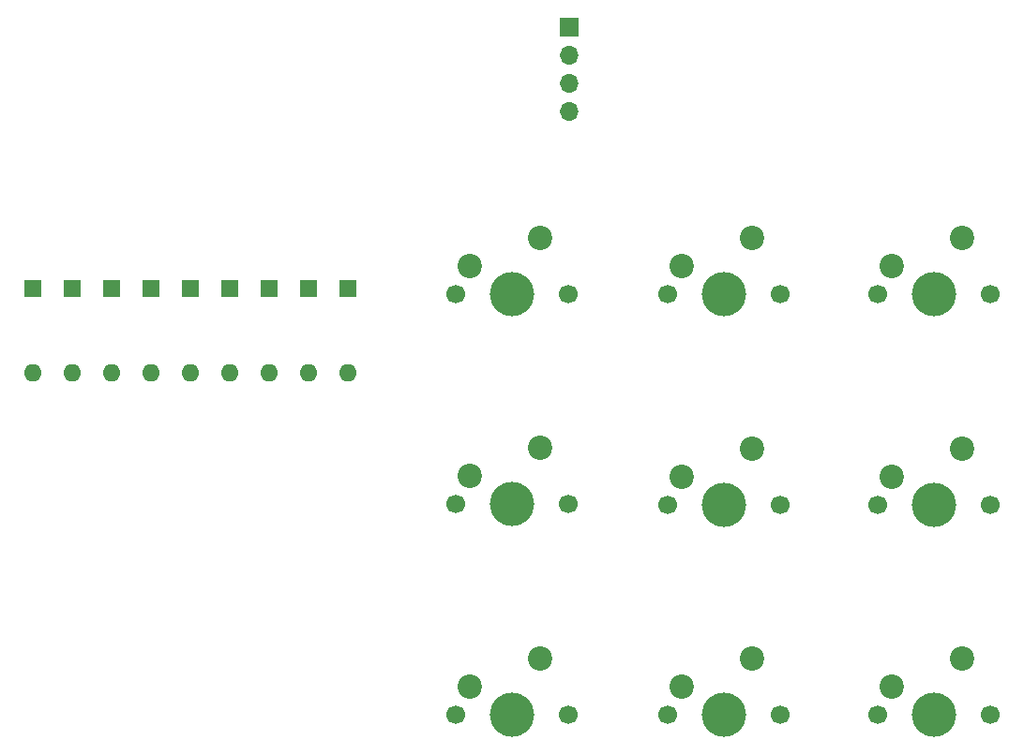
<source format=gbr>
%TF.GenerationSoftware,KiCad,Pcbnew,8.0.5*%
%TF.CreationDate,2024-10-19T20:06:23+03:00*%
%TF.ProjectId,hackpad,6861636b-7061-4642-9e6b-696361645f70,rev?*%
%TF.SameCoordinates,Original*%
%TF.FileFunction,Soldermask,Bot*%
%TF.FilePolarity,Negative*%
%FSLAX46Y46*%
G04 Gerber Fmt 4.6, Leading zero omitted, Abs format (unit mm)*
G04 Created by KiCad (PCBNEW 8.0.5) date 2024-10-19 20:06:23*
%MOMM*%
%LPD*%
G01*
G04 APERTURE LIST*
%ADD10R,1.600000X1.600000*%
%ADD11O,1.600000X1.600000*%
%ADD12C,1.700000*%
%ADD13C,4.000000*%
%ADD14C,2.200000*%
%ADD15R,1.700000X1.700000*%
%ADD16O,1.700000X1.700000*%
G04 APERTURE END LIST*
D10*
%TO.C,D9*%
X38015634Y-59000000D03*
D11*
X38015634Y-66620000D03*
%TD*%
D10*
%TO.C,D3*%
X55765634Y-59000000D03*
D11*
X55765634Y-66620000D03*
%TD*%
D12*
%TO.C,SW4*%
X91745634Y-59580000D03*
D13*
X96825634Y-59580000D03*
D12*
X101905634Y-59580000D03*
D14*
X99365634Y-54500000D03*
X93015634Y-57040000D03*
%TD*%
D12*
%TO.C,SW6*%
X91745634Y-97580000D03*
D13*
X96825634Y-97580000D03*
D12*
X101905634Y-97580000D03*
D14*
X99365634Y-92500000D03*
X93015634Y-95040000D03*
%TD*%
D10*
%TO.C,D7*%
X45115634Y-59000000D03*
D11*
X45115634Y-66620000D03*
%TD*%
D12*
%TO.C,SW1*%
X72595634Y-59540000D03*
D13*
X77675634Y-59540000D03*
D12*
X82755634Y-59540000D03*
D14*
X80215634Y-54460000D03*
X73865634Y-57000000D03*
%TD*%
D10*
%TO.C,D10*%
X34465634Y-59000000D03*
D11*
X34465634Y-66620000D03*
%TD*%
D12*
%TO.C,SW7*%
X110745634Y-59580000D03*
D13*
X115825634Y-59580000D03*
D12*
X120905634Y-59580000D03*
D14*
X118365634Y-54500000D03*
X112015634Y-57040000D03*
%TD*%
D10*
%TO.C,D8*%
X41565634Y-59000000D03*
D11*
X41565634Y-66620000D03*
%TD*%
D12*
%TO.C,SW3*%
X72595634Y-97540000D03*
D13*
X77675634Y-97540000D03*
D12*
X82755634Y-97540000D03*
D14*
X80215634Y-92460000D03*
X73865634Y-95000000D03*
%TD*%
D10*
%TO.C,D2*%
X59315634Y-59000000D03*
D11*
X59315634Y-66620000D03*
%TD*%
D12*
%TO.C,SW5*%
X91745634Y-78580000D03*
D13*
X96825634Y-78580000D03*
D12*
X101905634Y-78580000D03*
D14*
X99365634Y-73500000D03*
X93015634Y-76040000D03*
%TD*%
D12*
%TO.C,SW8*%
X110745634Y-78580000D03*
D13*
X115825634Y-78580000D03*
D12*
X120905634Y-78580000D03*
D14*
X118365634Y-73500000D03*
X112015634Y-76040000D03*
%TD*%
D12*
%TO.C,SW2*%
X72595634Y-78540000D03*
D13*
X77675634Y-78540000D03*
D12*
X82755634Y-78540000D03*
D14*
X80215634Y-73460000D03*
X73865634Y-76000000D03*
%TD*%
D15*
%TO.C,J1*%
X82865634Y-35420000D03*
D16*
X82865634Y-37960000D03*
X82865634Y-40500000D03*
X82865634Y-43040000D03*
%TD*%
D10*
%TO.C,D6*%
X48665634Y-59000000D03*
D11*
X48665634Y-66620000D03*
%TD*%
D12*
%TO.C,SW9*%
X110745634Y-97580000D03*
D13*
X115825634Y-97580000D03*
D12*
X120905634Y-97580000D03*
D14*
X118365634Y-92500000D03*
X112015634Y-95040000D03*
%TD*%
D10*
%TO.C,D1*%
X62865634Y-59000000D03*
D11*
X62865634Y-66620000D03*
%TD*%
D10*
%TO.C,D5*%
X52215634Y-59000000D03*
D11*
X52215634Y-66620000D03*
%TD*%
M02*

</source>
